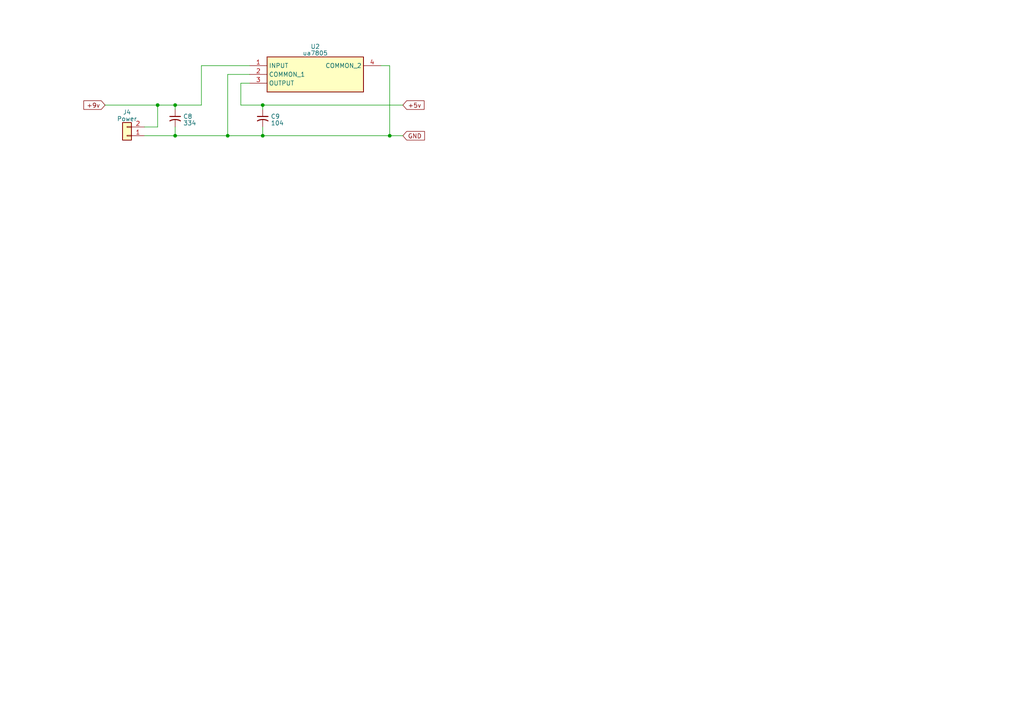
<source format=kicad_sch>
(kicad_sch (version 20230121) (generator eeschema)
  (paper "A4")
  (lib_symbols
    (symbol "Connector_Generic:Conn_01x02" (pin_names (offset 1.016) hide)
      (property "Reference" "J" (at 0 2.54 0))
      (property "Value" "Conn_01x02" (at 0 -5.08 0))
      (symbol "Conn_01x02_1_1"
        (rectangle (start -1.27 -2.413) (end 0 -2.667) (stroke (width 0.1524)))
        (rectangle (start -1.27 0.127) (end 0 -0.127) (stroke (width 0.1524)))
        (rectangle (start -1.27 1.27) (end 1.27 -3.81) (stroke (width 0.254)) (fill (type background)))
        (pin passive line (at -5.08 0 0) (length 3.81) (name "Pin_1") (number "1"))
        (pin passive line (at -5.08 -2.54 0) (length 3.81) (name "Pin_2") (number "2"))
      )
    )
    (symbol "Local:C_Small_US" (pin_numbers hide) (pin_names (offset 0.254) hide)
      (property "Reference" "C" (at 0.254 1.778 0))
      (property "Value" "C_Small_US" (at 0.254 -2.032 0))
      (symbol "C_Small_US_0_1"
        (polyline (pts (xy -1.524 0.508) (xy 1.524 0.508)) (stroke (width 0.3048)))
        (arc (start 1.524 -0.762) (mid 0 -0.3734) (end -1.524 -0.762) (stroke (width 0.3048)))
      )
      (symbol "C_Small_US_1_1"
        (pin passive line (at 0 2.54 270) (length 2.032) (name "~") (number "1"))
        (pin passive line (at 0 -2.54 90) (length 2.032) (name "~") (number "2"))
      )
    )
    (symbol "Local:UA7805CKTTR"
      (property "Reference" "IC" (at 34.29 7.62 0))
      (property "Value" "UA7805CKTTR" (at 34.29 5.08 0))
      (symbol "UA7805CKTTR_1_1"
        (rectangle (start 5.08 2.54) (end 33.02 -7.62) (stroke (width 0.254)) (fill (type background)))
        (pin passive line (at 0 0 0) (length 5.08) (name "INPUT") (number "1"))
        (pin passive line (at 0 -2.54 0) (length 5.08) (name "COMMON_1") (number "2"))
        (pin passive line (at 0 -5.08 0) (length 5.08) (name "OUTPUT") (number "3"))
        (pin passive line (at 38.1 0 180) (length 5.08) (name "COMMON_2") (number "4"))
      )
    )
  )
  (junction (at 50.8 30.48))
  (junction (at 45.72 30.48))
  (junction (at 66.04 39.37))
  (junction (at 50.8 39.37))
  (junction (at 76.2 39.37))
  (junction (at 76.2 30.48))
  (junction (at 113.03 39.37))
  (wire (pts (xy 50.8 39.37) (xy 66.04 39.37)))
  (wire (pts (xy 76.2 39.37) (xy 76.2 36.83)))
  (wire (pts (xy 45.72 30.48) (xy 50.8 30.48)))
  (wire (pts (xy 113.03 39.37) (xy 116.84 39.37)))
  (wire (pts (xy 76.2 30.48) (xy 76.2 31.75)))
  (wire (pts (xy 66.04 39.37) (xy 76.2 39.37)))
  (wire (pts (xy 30.48 30.48) (xy 45.72 30.48)))
  (wire (pts (xy 58.42 30.48) (xy 58.42 19.05)))
  (wire (pts (xy 110.49 19.05) (xy 113.03 19.05)))
  (wire (pts (xy 76.2 30.48) (xy 116.84 30.48)))
  (wire (pts (xy 45.72 30.48) (xy 45.72 36.83)))
  (wire (pts (xy 113.03 19.05) (xy 113.03 39.37)))
  (wire (pts (xy 69.85 30.48) (xy 69.85 24.13)))
  (wire (pts (xy 50.8 30.48) (xy 58.42 30.48)))
  (wire (pts (xy 66.04 21.59) (xy 66.04 39.37)))
  (wire (pts (xy 41.91 36.83) (xy 45.72 36.83)))
  (wire (pts (xy 58.42 19.05) (xy 72.39 19.05)))
  (wire (pts (xy 72.39 21.59) (xy 66.04 21.59)))
  (wire (pts (xy 76.2 39.37) (xy 113.03 39.37)))
  (wire (pts (xy 69.85 24.13) (xy 72.39 24.13)))
  (wire (pts (xy 50.8 36.83) (xy 50.8 39.37)))
  (wire (pts (xy 69.85 30.48) (xy 76.2 30.48)))
  (wire (pts (xy 41.91 39.37) (xy 50.8 39.37)))
  (wire (pts (xy 50.8 30.48) (xy 50.8 31.75)))
  (global_label "+9v" (shape input) (at 30.48 30.48 180) (property "Intersheetrefs" "${INTERSHEET_REFS}" (effects hide)))
  (global_label "+5v" (shape input) (at 116.84 30.48 0) (property "Intersheetrefs" "${INTERSHEET_REFS}" (effects hide)))
  (global_label "GND" (shape input) (at 116.84 39.37 0) (property "Intersheetrefs" "${INTERSHEET_REFS}" (effects hide)))
  (symbol (lib_id "Local:C_Small_US") (at 76.2 34.29 0) (unit 1)
    (property "Reference" "C9" (at 78.5114 33.7733 0) (effects (justify left)))
    (property "Value" "104" (at 78.5114 35.6943 0) (effects (justify left)))
    (property "Footprint" "Capacitor_SMD:C_0805_2012Metric" (effects hide))
    (property "Alt Value" "0.1 µF" (effects hide))
    (instances (project "laser" (path "" (reference "C9") (unit 1)) (path "" (reference "C2") (unit 1))))
  )
  (symbol (lib_id "Connector_Generic:Conn_01x02") (at 36.83 39.37 180) (unit 1)
    (property "Reference" "J4" (at 36.83 32.5501 0))
    (property "Value" "Power" (at 36.83 34.4711 0))
    (property "Footprint" "Headers:PinHeader_1x02_P2.54mm_Vertical_Wide" (effects hide))
    (instances (project "laser" (path "" (reference "J4") (unit 1)) (path "" (reference "J1") (unit 1))))
  )
  (symbol (lib_id "Local:UA7805CKTTR") (at 72.39 19.05 0) (unit 1)
    (property "Reference" "U2" (at 91.44 13.5001 0))
    (property "Value" "ua7805" (at 91.44 15.4211 0))
    (property "Footprint" "Local:ua7805-KTT-_R-PSFM-G3_" (effects hide))
    (property "Datasheet" "http://www.ti.com/lit/gpn/ua78" (effects hide))
    (property "Mouser Part Number" "595-UA7805CKTTR" (effects hide))
    (property "Mouser Price/Stock" "https://www.mouser.co.uk/ProductDetail/Texas-Instruments/UA7805CKTTR?qs=7kv20MEVUlhP02TffSMMvg%3D%3D" (effects hide))
    (property "Manufacturer_Name" "Texas Instruments" (effects hide))
    (property "Manufacturer_Part_Number" "UA7805CKTTR" (effects hide))
    (instances (project "laser" (path "" (reference "U2") (unit 1)) (path "" (reference "U1") (unit 1))))
  )
  (symbol (lib_id "Local:C_Small_US") (at 50.8 34.29 0) (unit 1)
    (property "Reference" "C8" (at 53.1114 33.7733 0) (effects (justify left)))
    (property "Value" "334" (at 53.1114 35.6943 0) (effects (justify left)))
    (property "Footprint" "Capacitor_SMD:C_0805_2012Metric" (effects hide))
    (property "Alt Value" "0.33 µF" (effects hide))
    (instances (project "laser" (path "" (reference "C8") (unit 1)) (path "" (reference "C1") (unit 1))))
  )
)
</source>
